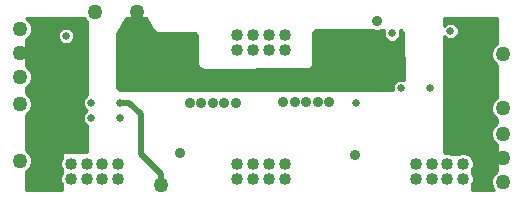
<source format=gbr>
G04 #@! TF.GenerationSoftware,KiCad,Pcbnew,(5.0.0)*
G04 #@! TF.CreationDate,2019-06-25T10:28:51-07:00*
G04 #@! TF.ProjectId,Buffer,4275666665722E6B696361645F706362,rev?*
G04 #@! TF.SameCoordinates,Original*
G04 #@! TF.FileFunction,Copper,L2,Inr,Signal*
G04 #@! TF.FilePolarity,Positive*
%FSLAX46Y46*%
G04 Gerber Fmt 4.6, Leading zero omitted, Abs format (unit mm)*
G04 Created by KiCad (PCBNEW (5.0.0)) date 06/25/19 10:28:51*
%MOMM*%
%LPD*%
G01*
G04 APERTURE LIST*
G04 #@! TA.AperFunction,ViaPad*
%ADD10C,1.016000*%
G04 #@! TD*
G04 #@! TA.AperFunction,ViaPad*
%ADD11C,1.270000*%
G04 #@! TD*
G04 #@! TA.AperFunction,ViaPad*
%ADD12C,0.635000*%
G04 #@! TD*
G04 #@! TA.AperFunction,ViaPad*
%ADD13C,0.889000*%
G04 #@! TD*
G04 #@! TA.AperFunction,Conductor*
%ADD14C,0.508000*%
G04 #@! TD*
G04 #@! TA.AperFunction,Conductor*
%ADD15C,0.254000*%
G04 #@! TD*
G04 APERTURE END LIST*
D10*
G04 #@! TO.N,/GNDA1*
G04 #@! TO.C,TP2*
X19750000Y12300000D03*
G04 #@! TD*
D11*
G04 #@! TO.N,/GNDA1*
G04 #@! TO.C,TP1*
X9906000Y15494000D03*
G04 #@! TD*
D10*
G04 #@! TO.N,/GNDA1*
G04 #@! TO.C,TP2*
X21082000Y12334900D03*
G04 #@! TD*
G04 #@! TO.N,/GNDA1*
G04 #@! TO.C,TP2*
X18415000Y12334900D03*
G04 #@! TD*
G04 #@! TO.N,/GNDA1*
G04 #@! TO.C,TP2*
X18415000Y13604900D03*
G04 #@! TD*
G04 #@! TO.N,/GNDA1*
G04 #@! TO.C,TP2*
X22415500Y12334900D03*
G04 #@! TD*
G04 #@! TO.N,/GNDA1*
G04 #@! TO.C,TP2*
X21082000Y13604900D03*
G04 #@! TD*
G04 #@! TO.N,/GNDA1*
G04 #@! TO.C,TP2*
X22415500Y13604900D03*
G04 #@! TD*
G04 #@! TO.N,/GNDA1*
G04 #@! TO.C,TP2*
X19748500Y13604900D03*
G04 #@! TD*
G04 #@! TO.N,/Vc2Pos*
G04 #@! TO.C,TP2*
X21082000Y1397000D03*
G04 #@! TD*
G04 #@! TO.N,/Vc2Pos*
G04 #@! TO.C,TP2*
X22415500Y1397000D03*
G04 #@! TD*
G04 #@! TO.N,/LfNeg*
G04 #@! TO.C,TP2*
X8318500Y1397000D03*
G04 #@! TD*
G04 #@! TO.N,/CfNeg*
G04 #@! TO.C,TP2*
X37528500Y1397000D03*
G04 #@! TD*
G04 #@! TO.N,/CfNeg*
G04 #@! TO.C,TP2*
X36195000Y1397000D03*
G04 #@! TD*
G04 #@! TO.N,/CfNeg*
G04 #@! TO.C,TP2*
X33528000Y2667000D03*
G04 #@! TD*
G04 #@! TO.N,/CfNeg*
G04 #@! TO.C,TP2*
X33528000Y1397000D03*
G04 #@! TD*
G04 #@! TO.N,/CfNeg*
G04 #@! TO.C,TP2*
X36195000Y2667000D03*
G04 #@! TD*
G04 #@! TO.N,/CfNeg*
G04 #@! TO.C,TP2*
X34861500Y2667000D03*
G04 #@! TD*
G04 #@! TO.N,/CfNeg*
G04 #@! TO.C,TP2*
X34861500Y1397000D03*
G04 #@! TD*
G04 #@! TO.N,/CfNeg*
G04 #@! TO.C,TP2*
X37528500Y2667000D03*
G04 #@! TD*
D11*
G04 #@! TO.N,/PWMA2*
G04 #@! TO.C,TP11*
X40894000Y7366000D03*
G04 #@! TD*
D10*
G04 #@! TO.N,/Vc2Pos*
G04 #@! TO.C,TP2*
X19748500Y1397000D03*
G04 #@! TD*
G04 #@! TO.N,/Vc2Pos*
G04 #@! TO.C,TP2*
X18415000Y1397000D03*
G04 #@! TD*
G04 #@! TO.N,/Vc2Pos*
G04 #@! TO.C,TP2*
X22415500Y2667000D03*
G04 #@! TD*
G04 #@! TO.N,/Vc2Pos*
G04 #@! TO.C,TP2*
X21082000Y2667000D03*
G04 #@! TD*
G04 #@! TO.N,/Vc2Pos*
G04 #@! TO.C,TP2*
X19748500Y2667000D03*
G04 #@! TD*
G04 #@! TO.N,/Vc2Pos*
G04 #@! TO.C,TP2*
X18415000Y2667000D03*
G04 #@! TD*
G04 #@! TO.N,/LfNeg*
G04 #@! TO.C,TP2*
X6985000Y2667000D03*
G04 #@! TD*
G04 #@! TO.N,/LfNeg*
G04 #@! TO.C,TP2*
X5638800Y2667000D03*
G04 #@! TD*
G04 #@! TO.N,/LfNeg*
G04 #@! TO.C,TP2*
X8318500Y2667000D03*
G04 #@! TD*
G04 #@! TO.N,/LfNeg*
G04 #@! TO.C,TP2*
X6985000Y1397000D03*
G04 #@! TD*
G04 #@! TO.N,/LfNeg*
G04 #@! TO.C,TP2*
X5651500Y1397000D03*
G04 #@! TD*
G04 #@! TO.N,/LfNeg*
G04 #@! TO.C,TP2*
X4318000Y2667000D03*
G04 #@! TD*
G04 #@! TO.N,/LfNeg*
G04 #@! TO.C,TP2*
X4318000Y1397000D03*
G04 #@! TD*
D11*
G04 #@! TO.N,/GNDI*
G04 #@! TO.C,TP16*
X0Y12065000D03*
G04 #@! TD*
G04 #@! TO.N,/5.5V_Iso*
G04 #@! TO.C,TP15*
X6350000Y15494000D03*
G04 #@! TD*
G04 #@! TO.N,/5V*
G04 #@! TO.C,TP17*
X0Y14097000D03*
G04 #@! TD*
G04 #@! TO.N,/GNDI*
G04 #@! TO.C,TP5*
X40894000Y3175000D03*
G04 #@! TD*
G04 #@! TO.N,/PWMB2*
G04 #@! TO.C,TP10*
X40894000Y11938000D03*
G04 #@! TD*
G04 #@! TO.N,/Disable2*
G04 #@! TO.C,TP9*
X40894000Y5207000D03*
G04 #@! TD*
G04 #@! TO.N,/Disable1*
G04 #@! TO.C,TP6*
X0Y7731000D03*
G04 #@! TD*
G04 #@! TO.N,/5V*
G04 #@! TO.C,TP4*
X40894000Y1143000D03*
G04 #@! TD*
G04 #@! TO.N,/PWMB1*
G04 #@! TO.C,TP3*
X0Y2921000D03*
G04 #@! TD*
G04 #@! TO.N,/PWMA1*
G04 #@! TO.C,TP2*
X0Y10033000D03*
G04 #@! TD*
D12*
G04 #@! TO.N,/GNDI*
X38100000Y10414000D03*
X2800000Y6900000D03*
X1651000Y12387000D03*
X38540000Y13013000D03*
X38608000Y4445000D03*
G04 #@! TO.N,/VDDI1*
X3900000Y13500000D03*
X6000000Y6550000D03*
G04 #@! TO.N,/VDDB1*
X8500000Y7850000D03*
D11*
X11938000Y887420D03*
D12*
G04 #@! TO.N,/VDDB2*
X32258000Y9080500D03*
X31496000Y13716000D03*
G04 #@! TO.N,/Disable1*
X6000000Y7850000D03*
G04 #@! TO.N,/Disable2*
X34700000Y9050000D03*
D13*
G04 #@! TO.N,/CfNeg*
X23266400Y7874000D03*
X26162000Y7874000D03*
X25196800Y7874000D03*
X24231600Y7874000D03*
X22301200Y7874000D03*
X28384500Y3429000D03*
D12*
X28448000Y7823200D03*
G04 #@! TO.N,/5V*
X36450000Y13900000D03*
D13*
G04 #@! TO.N,/5.5V_Iso*
X30226000Y14732000D03*
G04 #@! TO.N,/LfNeg*
X16319500Y7823200D03*
X14389100Y7823200D03*
X18249900Y7823200D03*
X17284700Y7823200D03*
X15354300Y7823200D03*
X13563600Y3556000D03*
D12*
X8509000Y6550000D03*
G04 #@! TO.N,/GNDA1*
X8509000Y9144000D03*
D13*
X9906000Y13081000D03*
X26949400Y12166600D03*
D12*
X32258000Y10414000D03*
G04 #@! TD*
D14*
G04 #@! TO.N,/VDDB1*
X11938000Y1785445D02*
X10210800Y3512645D01*
X11938000Y887420D02*
X11938000Y1785445D01*
X10210800Y3512645D02*
X10210800Y6908800D01*
X9269600Y7850000D02*
X8500000Y7850000D01*
X10210800Y6908800D02*
X9269600Y7850000D01*
G04 #@! TO.N,/GNDA1*
X9906000Y13709617D02*
X9906000Y14987590D01*
X9906000Y13081000D02*
X9906000Y13709617D01*
G04 #@! TD*
D15*
G04 #@! TO.N,/GNDI*
G36*
X5488676Y14918482D02*
X5715000Y14692158D01*
X5715000Y8488000D01*
X5604332Y8442159D01*
X5407841Y8245668D01*
X5301500Y7988940D01*
X5301500Y7711060D01*
X5407841Y7454332D01*
X5604332Y7257841D01*
X5715000Y7212001D01*
X5715000Y7187999D01*
X5604332Y7142159D01*
X5407841Y6945668D01*
X5301500Y6688940D01*
X5301500Y6411060D01*
X5407841Y6154332D01*
X5604332Y5957841D01*
X5715000Y5912000D01*
X5715000Y3683000D01*
X3683000Y3683000D01*
X3634399Y3673333D01*
X3593197Y3645803D01*
X3565667Y3604601D01*
X3556000Y3556000D01*
X3556000Y3150439D01*
X3429000Y2843833D01*
X3429000Y2490167D01*
X3556000Y2183561D01*
X3556000Y1880439D01*
X3429000Y1573833D01*
X3429000Y1220167D01*
X3556000Y913561D01*
X3556000Y481000D01*
X481000Y481000D01*
X481000Y2020526D01*
X575518Y2059676D01*
X861324Y2345482D01*
X1016000Y2718905D01*
X1016000Y3123095D01*
X861324Y3496518D01*
X575518Y3782324D01*
X481000Y3821474D01*
X481000Y6830526D01*
X575518Y6869676D01*
X861324Y7155482D01*
X1016000Y7528905D01*
X1016000Y7933095D01*
X861324Y8306518D01*
X575518Y8592324D01*
X481000Y8631474D01*
X481000Y9132526D01*
X575518Y9171676D01*
X861324Y9457482D01*
X1016000Y9830905D01*
X1016000Y10235095D01*
X861324Y10608518D01*
X575518Y10894324D01*
X481000Y10933474D01*
X481000Y13196526D01*
X575518Y13235676D01*
X861324Y13521482D01*
X909976Y13638940D01*
X3201500Y13638940D01*
X3201500Y13361060D01*
X3307841Y13104332D01*
X3504332Y12907841D01*
X3761060Y12801500D01*
X4038940Y12801500D01*
X4295668Y12907841D01*
X4492159Y13104332D01*
X4598500Y13361060D01*
X4598500Y13638940D01*
X4492159Y13895668D01*
X4295668Y14092159D01*
X4038940Y14198500D01*
X3761060Y14198500D01*
X3504332Y14092159D01*
X3307841Y13895668D01*
X3201500Y13638940D01*
X909976Y13638940D01*
X1016000Y13894905D01*
X1016000Y14299095D01*
X861324Y14672518D01*
X575518Y14958324D01*
X481000Y14997474D01*
X481000Y15013000D01*
X5449526Y15013000D01*
X5488676Y14918482D01*
X5488676Y14918482D01*
G37*
X5488676Y14918482D02*
X5715000Y14692158D01*
X5715000Y8488000D01*
X5604332Y8442159D01*
X5407841Y8245668D01*
X5301500Y7988940D01*
X5301500Y7711060D01*
X5407841Y7454332D01*
X5604332Y7257841D01*
X5715000Y7212001D01*
X5715000Y7187999D01*
X5604332Y7142159D01*
X5407841Y6945668D01*
X5301500Y6688940D01*
X5301500Y6411060D01*
X5407841Y6154332D01*
X5604332Y5957841D01*
X5715000Y5912000D01*
X5715000Y3683000D01*
X3683000Y3683000D01*
X3634399Y3673333D01*
X3593197Y3645803D01*
X3565667Y3604601D01*
X3556000Y3556000D01*
X3556000Y3150439D01*
X3429000Y2843833D01*
X3429000Y2490167D01*
X3556000Y2183561D01*
X3556000Y1880439D01*
X3429000Y1573833D01*
X3429000Y1220167D01*
X3556000Y913561D01*
X3556000Y481000D01*
X481000Y481000D01*
X481000Y2020526D01*
X575518Y2059676D01*
X861324Y2345482D01*
X1016000Y2718905D01*
X1016000Y3123095D01*
X861324Y3496518D01*
X575518Y3782324D01*
X481000Y3821474D01*
X481000Y6830526D01*
X575518Y6869676D01*
X861324Y7155482D01*
X1016000Y7528905D01*
X1016000Y7933095D01*
X861324Y8306518D01*
X575518Y8592324D01*
X481000Y8631474D01*
X481000Y9132526D01*
X575518Y9171676D01*
X861324Y9457482D01*
X1016000Y9830905D01*
X1016000Y10235095D01*
X861324Y10608518D01*
X575518Y10894324D01*
X481000Y10933474D01*
X481000Y13196526D01*
X575518Y13235676D01*
X861324Y13521482D01*
X909976Y13638940D01*
X3201500Y13638940D01*
X3201500Y13361060D01*
X3307841Y13104332D01*
X3504332Y12907841D01*
X3761060Y12801500D01*
X4038940Y12801500D01*
X4295668Y12907841D01*
X4492159Y13104332D01*
X4598500Y13361060D01*
X4598500Y13638940D01*
X4492159Y13895668D01*
X4295668Y14092159D01*
X4038940Y14198500D01*
X3761060Y14198500D01*
X3504332Y14092159D01*
X3307841Y13895668D01*
X3201500Y13638940D01*
X909976Y13638940D01*
X1016000Y13894905D01*
X1016000Y14299095D01*
X861324Y14672518D01*
X575518Y14958324D01*
X481000Y14997474D01*
X481000Y15013000D01*
X5449526Y15013000D01*
X5488676Y14918482D01*
G36*
X40413001Y12838475D02*
X40318482Y12799324D01*
X40032676Y12513518D01*
X39878000Y12140095D01*
X39878000Y11735905D01*
X40032676Y11362482D01*
X40318482Y11076676D01*
X40413001Y11037525D01*
X40413001Y8266475D01*
X40318482Y8227324D01*
X40032676Y7941518D01*
X39878000Y7568095D01*
X39878000Y7163905D01*
X40032676Y6790482D01*
X40318482Y6504676D01*
X40413000Y6465525D01*
X40413000Y6107475D01*
X40318482Y6068324D01*
X40032676Y5782518D01*
X39878000Y5409095D01*
X39878000Y5004905D01*
X40032676Y4631482D01*
X40318482Y4345676D01*
X40413000Y4306525D01*
X40413000Y2043474D01*
X40318482Y2004324D01*
X40032676Y1718518D01*
X39878000Y1345095D01*
X39878000Y940905D01*
X40032676Y567482D01*
X40119158Y481000D01*
X38290500Y481000D01*
X38290500Y913561D01*
X38417500Y1220167D01*
X38417500Y1573833D01*
X38290500Y1880439D01*
X38290500Y2183561D01*
X38417500Y2490167D01*
X38417500Y2843833D01*
X38282158Y3170578D01*
X38227586Y3225150D01*
X38187839Y3321107D01*
X38160308Y3362309D01*
X38119107Y3389839D01*
X37894601Y3482833D01*
X37870309Y3487665D01*
X37705333Y3556000D01*
X37351667Y3556000D01*
X37198364Y3492500D01*
X36525136Y3492500D01*
X36371833Y3556000D01*
X36018167Y3556000D01*
X36009666Y3552479D01*
X36002812Y3555307D01*
X35939203Y3707173D01*
X35887797Y13474376D01*
X36054332Y13307841D01*
X36311060Y13201500D01*
X36588940Y13201500D01*
X36845668Y13307841D01*
X37042159Y13504332D01*
X37148500Y13761060D01*
X37148500Y14038940D01*
X37042159Y14295668D01*
X36845668Y14492159D01*
X36588940Y14598500D01*
X36311060Y14598500D01*
X36054332Y14492159D01*
X35883340Y14321167D01*
X35879699Y15013000D01*
X40413001Y15013000D01*
X40413001Y12838475D01*
X40413001Y12838475D01*
G37*
X40413001Y12838475D02*
X40318482Y12799324D01*
X40032676Y12513518D01*
X39878000Y12140095D01*
X39878000Y11735905D01*
X40032676Y11362482D01*
X40318482Y11076676D01*
X40413001Y11037525D01*
X40413001Y8266475D01*
X40318482Y8227324D01*
X40032676Y7941518D01*
X39878000Y7568095D01*
X39878000Y7163905D01*
X40032676Y6790482D01*
X40318482Y6504676D01*
X40413000Y6465525D01*
X40413000Y6107475D01*
X40318482Y6068324D01*
X40032676Y5782518D01*
X39878000Y5409095D01*
X39878000Y5004905D01*
X40032676Y4631482D01*
X40318482Y4345676D01*
X40413000Y4306525D01*
X40413000Y2043474D01*
X40318482Y2004324D01*
X40032676Y1718518D01*
X39878000Y1345095D01*
X39878000Y940905D01*
X40032676Y567482D01*
X40119158Y481000D01*
X38290500Y481000D01*
X38290500Y913561D01*
X38417500Y1220167D01*
X38417500Y1573833D01*
X38290500Y1880439D01*
X38290500Y2183561D01*
X38417500Y2490167D01*
X38417500Y2843833D01*
X38282158Y3170578D01*
X38227586Y3225150D01*
X38187839Y3321107D01*
X38160308Y3362309D01*
X38119107Y3389839D01*
X37894601Y3482833D01*
X37870309Y3487665D01*
X37705333Y3556000D01*
X37351667Y3556000D01*
X37198364Y3492500D01*
X36525136Y3492500D01*
X36371833Y3556000D01*
X36018167Y3556000D01*
X36009666Y3552479D01*
X36002812Y3555307D01*
X35939203Y3707173D01*
X35887797Y13474376D01*
X36054332Y13307841D01*
X36311060Y13201500D01*
X36588940Y13201500D01*
X36845668Y13307841D01*
X37042159Y13504332D01*
X37148500Y13761060D01*
X37148500Y14038940D01*
X37042159Y14295668D01*
X36845668Y14492159D01*
X36588940Y14598500D01*
X36311060Y14598500D01*
X36054332Y14492159D01*
X35883340Y14321167D01*
X35879699Y15013000D01*
X40413001Y15013000D01*
X40413001Y12838475D01*
G04 #@! TO.N,/GNDA1*
G36*
X11280567Y13988912D02*
X11326338Y13942382D01*
X11597857Y13781924D01*
X11660694Y13764271D01*
X14778542Y13720665D01*
X14928080Y13657608D01*
X14991516Y13508233D01*
X15031628Y11081419D01*
X15041956Y11033311D01*
X15137372Y10811613D01*
X15165465Y10770793D01*
X15206381Y10744096D01*
X15430111Y10653546D01*
X15478433Y10644272D01*
X24397838Y10691716D01*
X24446344Y10701624D01*
X24670192Y10795647D01*
X24711256Y10823381D01*
X24738548Y10864634D01*
X24830509Y11089337D01*
X24839970Y11137932D01*
X24829832Y13753436D01*
X24892720Y13906518D01*
X25045559Y13970000D01*
X29908494Y13970000D01*
X30061798Y13906500D01*
X30390202Y13906500D01*
X30543506Y13970000D01*
X30845160Y13970000D01*
X30797500Y13854940D01*
X30797500Y13577060D01*
X30903841Y13320332D01*
X31100332Y13123841D01*
X31357060Y13017500D01*
X31634940Y13017500D01*
X31891668Y13123841D01*
X32088159Y13320332D01*
X32194500Y13577060D01*
X32194500Y13854940D01*
X32146840Y13970000D01*
X32236692Y13970000D01*
X32388420Y13907680D01*
X32452542Y13756703D01*
X32500406Y9736143D01*
X32396940Y9779000D01*
X32119060Y9779000D01*
X31862332Y9672659D01*
X31665841Y9476168D01*
X31559500Y9219440D01*
X31559500Y8941560D01*
X31580857Y8890000D01*
X15113796Y8890000D01*
X15112646Y8890002D01*
X8444611Y8914162D01*
X8292528Y8977641D01*
X8229600Y9129954D01*
X8229600Y13687476D01*
X8265323Y13817044D01*
X8979038Y15013000D01*
X10697895Y15013000D01*
X11280567Y13988912D01*
X11280567Y13988912D01*
G37*
X11280567Y13988912D02*
X11326338Y13942382D01*
X11597857Y13781924D01*
X11660694Y13764271D01*
X14778542Y13720665D01*
X14928080Y13657608D01*
X14991516Y13508233D01*
X15031628Y11081419D01*
X15041956Y11033311D01*
X15137372Y10811613D01*
X15165465Y10770793D01*
X15206381Y10744096D01*
X15430111Y10653546D01*
X15478433Y10644272D01*
X24397838Y10691716D01*
X24446344Y10701624D01*
X24670192Y10795647D01*
X24711256Y10823381D01*
X24738548Y10864634D01*
X24830509Y11089337D01*
X24839970Y11137932D01*
X24829832Y13753436D01*
X24892720Y13906518D01*
X25045559Y13970000D01*
X29908494Y13970000D01*
X30061798Y13906500D01*
X30390202Y13906500D01*
X30543506Y13970000D01*
X30845160Y13970000D01*
X30797500Y13854940D01*
X30797500Y13577060D01*
X30903841Y13320332D01*
X31100332Y13123841D01*
X31357060Y13017500D01*
X31634940Y13017500D01*
X31891668Y13123841D01*
X32088159Y13320332D01*
X32194500Y13577060D01*
X32194500Y13854940D01*
X32146840Y13970000D01*
X32236692Y13970000D01*
X32388420Y13907680D01*
X32452542Y13756703D01*
X32500406Y9736143D01*
X32396940Y9779000D01*
X32119060Y9779000D01*
X31862332Y9672659D01*
X31665841Y9476168D01*
X31559500Y9219440D01*
X31559500Y8941560D01*
X31580857Y8890000D01*
X15113796Y8890000D01*
X15112646Y8890002D01*
X8444611Y8914162D01*
X8292528Y8977641D01*
X8229600Y9129954D01*
X8229600Y13687476D01*
X8265323Y13817044D01*
X8979038Y15013000D01*
X10697895Y15013000D01*
X11280567Y13988912D01*
G04 #@! TD*
M02*

</source>
